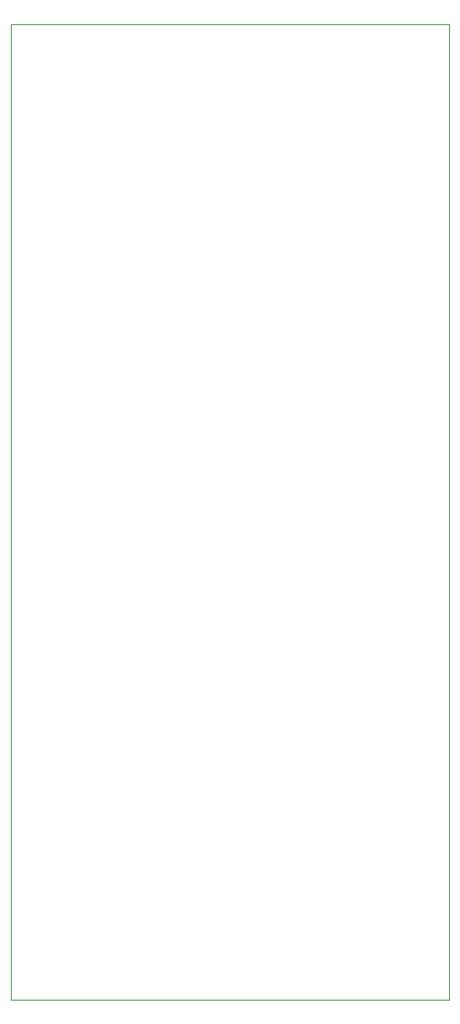
<source format=gbr>
%TF.GenerationSoftware,Altium Limited,Altium Designer,20.2.8 (258)*%
G04 Layer_Color=0*
%FSLAX26Y26*%
%MOIN*%
%TF.SameCoordinates,5803725C-7DB8-4FA7-A0CF-86E37554034E*%
%TF.FilePolarity,Positive*%
%TF.FileFunction,Profile,NP*%
%TF.Part,Single*%
G01*
G75*
%TA.AperFunction,Profile*%
%ADD98C,0.001000*%
D98*
X1180000Y1110000D02*
X2925000D01*
Y4995000D01*
X1180000D01*
Y1110000D01*
%TF.MD5,6397a64d51cefe61ec93c7b3b917fd12*%
M02*

</source>
